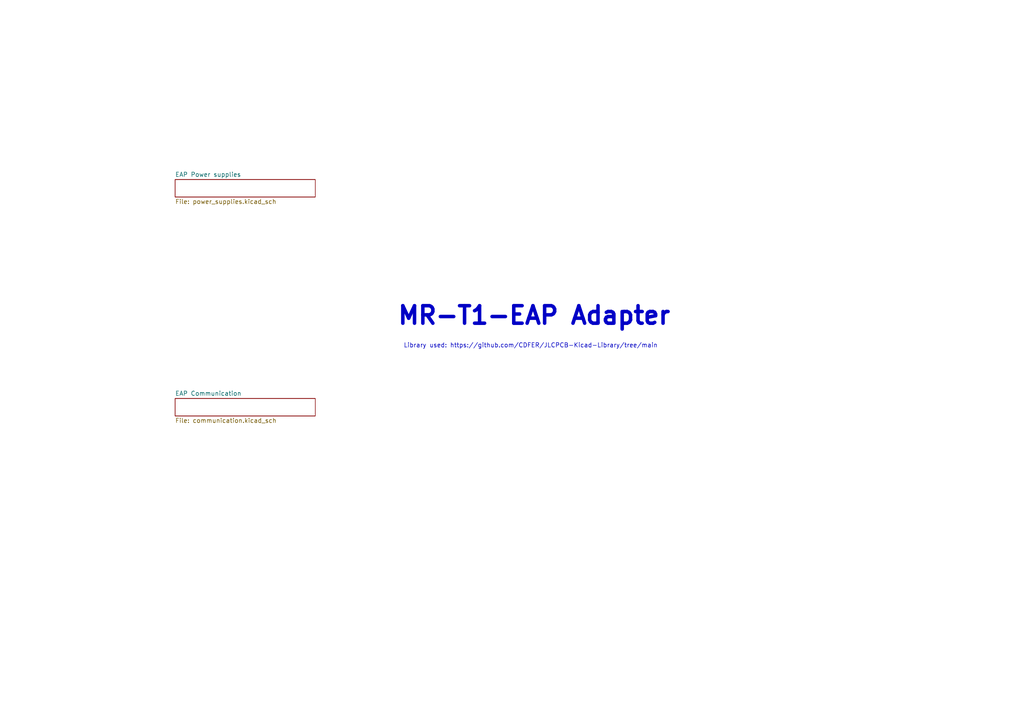
<source format=kicad_sch>
(kicad_sch
	(version 20250114)
	(generator "eeschema")
	(generator_version "9.0")
	(uuid "8b469ec1-e800-4d46-8a32-95d77ceae6db")
	(paper "A4")
	(title_block
		(title "MR-T1-EAP Adapter")
		(date "2025-08-28")
		(rev "X0")
		(company "NXP SEMICONDUCTORS B.V.")
		(comment 1 "Power Adjacent Ethernet Injector")
		(comment 3 "DESIGNER: Iain Galloway, Ref:Youri Tils")
		(comment 4 "CTO SYSTEM INNOVATIONS / MOBILE ROBOTICS DOMAIN")
	)
	(lib_symbols)
	(text "${TITLE}"
		(exclude_from_sim no)
		(at 154.94 91.694 0)
		(effects
			(font
				(size 5.08 5.08)
				(thickness 1.016)
				(bold yes)
			)
		)
		(uuid "470a9b0d-f605-4efc-9640-48420e4ad293")
	)
	(text "Library used: https://github.com/CDFER/JLCPCB-Kicad-Library/tree/main"
		(exclude_from_sim no)
		(at 153.924 100.33 0)
		(effects
			(font
				(size 1.27 1.27)
			)
		)
		(uuid "c7daae81-4b6d-4b02-8706-d9b961b70b9c")
	)
	(sheet
		(at 50.8 115.57)
		(size 40.64 5.08)
		(exclude_from_sim no)
		(in_bom yes)
		(on_board yes)
		(dnp no)
		(fields_autoplaced yes)
		(stroke
			(width 0.1524)
			(type solid)
		)
		(fill
			(color 0 0 0 0.0000)
		)
		(uuid "cac75b7c-b45e-47d5-be26-673a8f59f26a")
		(property "Sheetname" "EAP Communication"
			(at 50.8 114.8584 0)
			(effects
				(font
					(size 1.27 1.27)
				)
				(justify left bottom)
			)
		)
		(property "Sheetfile" "communication.kicad_sch"
			(at 50.8 121.2346 0)
			(effects
				(font
					(size 1.27 1.27)
				)
				(justify left top)
			)
		)
		(instances
			(project "spinali_MR-PAE-Injector"
				(path "/8b469ec1-e800-4d46-8a32-95d77ceae6db"
					(page "7")
				)
			)
		)
	)
	(sheet
		(at 50.8 52.07)
		(size 40.64 5.08)
		(exclude_from_sim no)
		(in_bom yes)
		(on_board yes)
		(dnp no)
		(fields_autoplaced yes)
		(stroke
			(width 0.1524)
			(type solid)
		)
		(fill
			(color 0 0 0 0.0000)
		)
		(uuid "cd546697-22c1-446e-bf49-97c1431cc780")
		(property "Sheetname" "EAP Power supplies"
			(at 50.8 51.3584 0)
			(effects
				(font
					(size 1.27 1.27)
				)
				(justify left bottom)
			)
		)
		(property "Sheetfile" "power_supplies.kicad_sch"
			(at 50.8 57.7346 0)
			(effects
				(font
					(size 1.27 1.27)
				)
				(justify left top)
			)
		)
		(instances
			(project "spinali_MR-PAE-Injector"
				(path "/8b469ec1-e800-4d46-8a32-95d77ceae6db"
					(page "2")
				)
			)
		)
	)
	(sheet_instances
		(path "/"
			(page "1")
		)
	)
	(embedded_fonts no)
)

</source>
